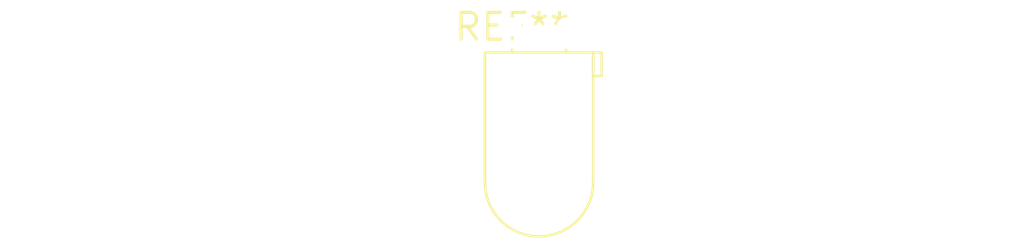
<source format=kicad_pcb>
(kicad_pcb (version 20240108) (generator pcbnew)
  (layers (0 "F.Cu" signal) (31 "B.Cu" signal) (34 "B.Paste" user) (35 "F.Paste" user) (36 "B.SilkS" user "B.Silkscreen") (37 "F.SilkS" user "F.Silkscreen") (38 "B.Mask" user) (39 "F.Mask" user) (44 "Edge.Cuts" user))
  (net 0 "")
  (footprint "LED_D5.0mm_Horizontal_O1.27mm_Z3.0mm_IRGrey" (layer "F.Cu") (at 0 0)
    (property "Reference" "REF**")
    (property "Value" "LED_D5.0mm_Horizontal_O1.27mm_Z3.0mm_IRGrey")
    (fp_line (start -1.29 1.21) (end -1.29 7.37) (layer "F.SilkS") (stroke (width 0.12)))
    (fp_line (start -1.29 1.21) (end 3.83 1.21) (layer "F.SilkS") (stroke (width 0.12)))
    (fp_line (start 0 1.08) (end 0 1.08) (layer "F.SilkS") (stroke (width 0.12)))
    (fp_line (start 0 1.08) (end 0 1.21) (layer "F.SilkS") (stroke (width 0.12)))
    (fp_line (start 0 1.21) (end 0 1.08) (layer "F.SilkS") (stroke (width 0.12)))
    (fp_line (start 0 1.21) (end 0 1.21) (layer "F.SilkS") (stroke (width 0.12)))
    (fp_line (start 2.54 1.08) (end 2.54 1.08) (layer "F.SilkS") (stroke (width 0.12)))
    (fp_line (start 2.54 1.08) (end 2.54 1.21) (layer "F.SilkS") (stroke (width 0.12)))
    (fp_line (start 2.54 1.21) (end 2.54 1.08) (layer "F.SilkS") (stroke (width 0.12)))
    (fp_line (start 2.54 1.21) (end 2.54 1.21) (layer "F.SilkS") (stroke (width 0.12)))
    (fp_line (start 3.83 1.21) (end 3.83 7.37) (layer "F.SilkS") (stroke (width 0.12)))
    (fp_line (start 3.83 1.21) (end 4.23 1.21) (layer "F.SilkS") (stroke (width 0.12)))
    (fp_line (start 3.83 2.33) (end 3.83 1.21) (layer "F.SilkS") (stroke (width 0.12)))
    (fp_line (start 4.23 1.21) (end 4.23 2.33) (layer "F.SilkS") (stroke (width 0.12)))
    (fp_line (start 4.23 2.33) (end 3.83 2.33) (layer "F.SilkS") (stroke (width 0.12)))
    (fp_arc (start 3.83 7.37) (mid 1.27 9.93) (end -1.29 7.37) (layer "F.SilkS") (stroke (width 0.12)))
    (pad "1" thru_hole rect (at 0 0) (size 1.8 1.8) (drill 0.9) (layers *.Cu *.Mask) (remove_unused_layers))
    (pad "2" thru_hole circle (at 2.54 0) (size 1.8 1.8) (drill 0.9) (layers *.Cu *.Mask) (remove_unused_layers))
  )
)
</source>
